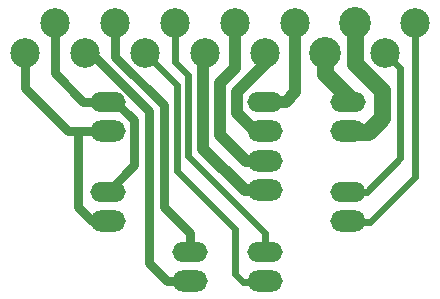
<source format=gbr>
G04 DipTrace 2.4.0.2*
%INBottom.gbr*%
%MOIN*%
%ADD13C,0.0551*%
%ADD14C,0.0236*%
%ADD15C,0.0394*%
%ADD16C,0.0315*%
%ADD18O,0.1181X0.0669*%
%ADD19O,0.1181X0.0709*%
%ADD20C,0.1063*%
%ADD21C,0.0984*%
%FSLAX44Y44*%
G04*
G70*
G90*
G75*
G01*
%LNBottom*%
%LPD*%
X3312Y2872D2*
D13*
Y2185D1*
X4062Y1435D1*
Y1247D1*
X4312Y3872D2*
Y2500D1*
X5188Y1625D1*
Y688D1*
X4747Y247D1*
X4078D1*
X4062Y263D1*
Y-1753D2*
D14*
X4687D1*
X5812Y-628D1*
Y2372D1*
X5312Y2872D1*
X6312Y3872D2*
Y-1253D1*
X4812Y-2753D1*
X4078D1*
X4062Y-2737D1*
X2312Y3872D2*
D15*
Y1560D1*
X2000Y1247D1*
X1312D1*
Y2872D2*
Y2497D1*
X375Y1560D1*
Y875D1*
X1003Y247D1*
X1297D1*
X1312Y263D1*
Y-721D2*
X656D1*
X-187Y122D1*
Y1872D1*
X312Y2372D1*
Y3872D1*
X-688Y2872D2*
X-750D1*
Y-315D1*
X640Y-1705D1*
X1312D1*
X-1688Y3872D2*
D14*
Y2563D1*
X-1250Y2125D1*
Y-563D1*
X1312Y-3125D1*
Y-3753D1*
X-2688Y2872D2*
X-1625Y1810D1*
Y-1063D1*
X312Y-3000D1*
Y-4503D1*
X562Y-4753D1*
X1297D1*
X1312Y-4737D1*
X-3688Y3872D2*
D16*
Y2750D1*
X-2063Y1125D1*
Y-2250D1*
X-1188Y-3125D1*
Y-3753D1*
X-4688Y2872D2*
X-4497D1*
X-2563Y938D1*
Y-4128D1*
X-1953Y-4737D1*
X-1188D1*
X-5688Y3872D2*
Y2188D1*
X-4747Y1247D1*
X-3938D1*
X-3685D1*
X-3063Y625D1*
Y-878D1*
X-3938Y-1753D1*
X-6688Y2872D2*
Y1688D1*
X-5263Y263D1*
X-3938D1*
X-4938D1*
Y-2253D1*
X-4453Y-2737D1*
X-3938D1*
D18*
X4062Y1247D3*
D19*
Y263D3*
D18*
Y-1753D3*
D19*
Y-2737D3*
D18*
X-1188Y-3753D3*
D19*
Y-4737D3*
D18*
X-3938Y1247D3*
D19*
Y263D3*
D18*
X1312Y-3753D3*
D19*
Y-4737D3*
D18*
X-3938Y-1753D3*
D19*
Y-2737D3*
D20*
X3312Y2872D3*
X4312Y3872D3*
D18*
X1312Y1247D3*
D19*
Y263D3*
Y-1705D3*
Y-721D3*
D21*
X5312Y2872D3*
X6312Y3872D3*
X2312D3*
X1312Y2872D3*
X312Y3872D3*
X-688Y2872D3*
X-1688Y3872D3*
X-2688Y2872D3*
X-3688Y3872D3*
X-4688Y2872D3*
X-5688Y3872D3*
X-6688Y2872D3*
M02*

</source>
